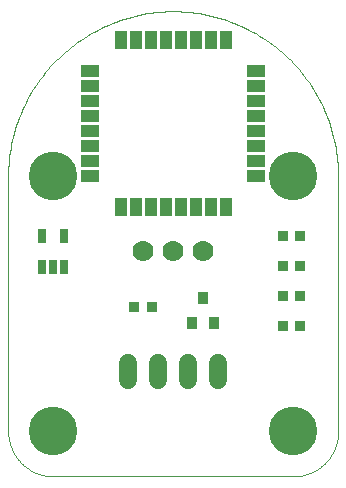
<source format=gts>
G75*
%MOIN*%
%OFA0B0*%
%FSLAX25Y25*%
%IPPOS*%
%LPD*%
%AMOC8*
5,1,8,0,0,1.08239X$1,22.5*
%
%ADD10R,0.03550X0.03943*%
%ADD11C,0.07000*%
%ADD12C,0.00000*%
%ADD13C,0.05943*%
%ADD14C,0.16211*%
%ADD15R,0.06306X0.03943*%
%ADD16R,0.03943X0.06306*%
%ADD17R,0.02565X0.05124*%
%ADD18R,0.03550X0.03550*%
D10*
X0068060Y0070169D03*
X0071800Y0078437D03*
X0075540Y0070169D03*
D11*
X0071800Y0094006D03*
X0061800Y0094006D03*
X0051800Y0094006D03*
D12*
X0021800Y0019006D02*
X0101800Y0019006D01*
X0102162Y0019010D01*
X0102525Y0019024D01*
X0102887Y0019045D01*
X0103248Y0019076D01*
X0103608Y0019115D01*
X0103967Y0019163D01*
X0104325Y0019220D01*
X0104682Y0019285D01*
X0105037Y0019359D01*
X0105390Y0019442D01*
X0105741Y0019533D01*
X0106089Y0019632D01*
X0106435Y0019740D01*
X0106779Y0019856D01*
X0107119Y0019981D01*
X0107456Y0020113D01*
X0107790Y0020254D01*
X0108121Y0020403D01*
X0108448Y0020560D01*
X0108771Y0020724D01*
X0109090Y0020896D01*
X0109404Y0021076D01*
X0109715Y0021264D01*
X0110020Y0021459D01*
X0110321Y0021661D01*
X0110617Y0021871D01*
X0110907Y0022087D01*
X0111193Y0022311D01*
X0111473Y0022541D01*
X0111747Y0022778D01*
X0112015Y0023022D01*
X0112278Y0023272D01*
X0112534Y0023528D01*
X0112784Y0023791D01*
X0113028Y0024059D01*
X0113265Y0024333D01*
X0113495Y0024613D01*
X0113719Y0024899D01*
X0113935Y0025189D01*
X0114145Y0025485D01*
X0114347Y0025786D01*
X0114542Y0026091D01*
X0114730Y0026402D01*
X0114910Y0026716D01*
X0115082Y0027035D01*
X0115246Y0027358D01*
X0115403Y0027685D01*
X0115552Y0028016D01*
X0115693Y0028350D01*
X0115825Y0028687D01*
X0115950Y0029027D01*
X0116066Y0029371D01*
X0116174Y0029717D01*
X0116273Y0030065D01*
X0116364Y0030416D01*
X0116447Y0030769D01*
X0116521Y0031124D01*
X0116586Y0031481D01*
X0116643Y0031839D01*
X0116691Y0032198D01*
X0116730Y0032558D01*
X0116761Y0032919D01*
X0116782Y0033281D01*
X0116796Y0033644D01*
X0116800Y0034006D01*
X0116800Y0119006D01*
X0116784Y0120345D01*
X0116735Y0121684D01*
X0116653Y0123021D01*
X0116539Y0124355D01*
X0116393Y0125687D01*
X0116214Y0127014D01*
X0116003Y0128337D01*
X0115759Y0129654D01*
X0115484Y0130965D01*
X0115177Y0132268D01*
X0114838Y0133564D01*
X0114468Y0134851D01*
X0114067Y0136129D01*
X0113634Y0137397D01*
X0113171Y0138654D01*
X0112677Y0139899D01*
X0112153Y0141132D01*
X0111600Y0142351D01*
X0111016Y0143557D01*
X0110404Y0144748D01*
X0109763Y0145924D01*
X0109093Y0147084D01*
X0108395Y0148227D01*
X0107670Y0149353D01*
X0106917Y0150461D01*
X0106138Y0151551D01*
X0105332Y0152621D01*
X0104501Y0153671D01*
X0103644Y0154700D01*
X0102762Y0155709D01*
X0101857Y0156695D01*
X0100927Y0157659D01*
X0099974Y0158601D01*
X0098999Y0159519D01*
X0098001Y0160412D01*
X0096982Y0161282D01*
X0095942Y0162126D01*
X0094882Y0162944D01*
X0093802Y0163737D01*
X0092704Y0164503D01*
X0091586Y0165242D01*
X0090452Y0165954D01*
X0089300Y0166637D01*
X0088132Y0167293D01*
X0086948Y0167920D01*
X0085750Y0168518D01*
X0084537Y0169086D01*
X0083311Y0169625D01*
X0082072Y0170134D01*
X0080821Y0170612D01*
X0079558Y0171060D01*
X0078286Y0171477D01*
X0077003Y0171863D01*
X0075711Y0172218D01*
X0074411Y0172541D01*
X0073104Y0172832D01*
X0071790Y0173091D01*
X0070470Y0173318D01*
X0069145Y0173513D01*
X0067815Y0173676D01*
X0066482Y0173806D01*
X0065147Y0173904D01*
X0063809Y0173969D01*
X0062470Y0174002D01*
X0061130Y0174002D01*
X0059791Y0173969D01*
X0058453Y0173904D01*
X0057118Y0173806D01*
X0055785Y0173676D01*
X0054455Y0173513D01*
X0053130Y0173318D01*
X0051810Y0173091D01*
X0050496Y0172832D01*
X0049189Y0172541D01*
X0047889Y0172218D01*
X0046597Y0171863D01*
X0045314Y0171477D01*
X0044042Y0171060D01*
X0042779Y0170612D01*
X0041528Y0170134D01*
X0040289Y0169625D01*
X0039063Y0169086D01*
X0037850Y0168518D01*
X0036652Y0167920D01*
X0035468Y0167293D01*
X0034300Y0166637D01*
X0033148Y0165954D01*
X0032014Y0165242D01*
X0030896Y0164503D01*
X0029798Y0163737D01*
X0028718Y0162944D01*
X0027658Y0162126D01*
X0026618Y0161282D01*
X0025599Y0160412D01*
X0024601Y0159519D01*
X0023626Y0158601D01*
X0022673Y0157659D01*
X0021743Y0156695D01*
X0020838Y0155709D01*
X0019956Y0154700D01*
X0019099Y0153671D01*
X0018268Y0152621D01*
X0017462Y0151551D01*
X0016683Y0150461D01*
X0015930Y0149353D01*
X0015205Y0148227D01*
X0014507Y0147084D01*
X0013837Y0145924D01*
X0013196Y0144748D01*
X0012584Y0143557D01*
X0012000Y0142351D01*
X0011447Y0141132D01*
X0010923Y0139899D01*
X0010429Y0138654D01*
X0009966Y0137397D01*
X0009533Y0136129D01*
X0009132Y0134851D01*
X0008762Y0133564D01*
X0008423Y0132268D01*
X0008116Y0130965D01*
X0007841Y0129654D01*
X0007597Y0128337D01*
X0007386Y0127014D01*
X0007207Y0125687D01*
X0007061Y0124355D01*
X0006947Y0123021D01*
X0006865Y0121684D01*
X0006816Y0120345D01*
X0006800Y0119006D01*
X0006800Y0034006D01*
X0006804Y0033644D01*
X0006818Y0033281D01*
X0006839Y0032919D01*
X0006870Y0032558D01*
X0006909Y0032198D01*
X0006957Y0031839D01*
X0007014Y0031481D01*
X0007079Y0031124D01*
X0007153Y0030769D01*
X0007236Y0030416D01*
X0007327Y0030065D01*
X0007426Y0029717D01*
X0007534Y0029371D01*
X0007650Y0029027D01*
X0007775Y0028687D01*
X0007907Y0028350D01*
X0008048Y0028016D01*
X0008197Y0027685D01*
X0008354Y0027358D01*
X0008518Y0027035D01*
X0008690Y0026716D01*
X0008870Y0026402D01*
X0009058Y0026091D01*
X0009253Y0025786D01*
X0009455Y0025485D01*
X0009665Y0025189D01*
X0009881Y0024899D01*
X0010105Y0024613D01*
X0010335Y0024333D01*
X0010572Y0024059D01*
X0010816Y0023791D01*
X0011066Y0023528D01*
X0011322Y0023272D01*
X0011585Y0023022D01*
X0011853Y0022778D01*
X0012127Y0022541D01*
X0012407Y0022311D01*
X0012693Y0022087D01*
X0012983Y0021871D01*
X0013279Y0021661D01*
X0013580Y0021459D01*
X0013885Y0021264D01*
X0014196Y0021076D01*
X0014510Y0020896D01*
X0014829Y0020724D01*
X0015152Y0020560D01*
X0015479Y0020403D01*
X0015810Y0020254D01*
X0016144Y0020113D01*
X0016481Y0019981D01*
X0016821Y0019856D01*
X0017165Y0019740D01*
X0017511Y0019632D01*
X0017859Y0019533D01*
X0018210Y0019442D01*
X0018563Y0019359D01*
X0018918Y0019285D01*
X0019275Y0019220D01*
X0019633Y0019163D01*
X0019992Y0019115D01*
X0020352Y0019076D01*
X0020713Y0019045D01*
X0021075Y0019024D01*
X0021438Y0019010D01*
X0021800Y0019006D01*
D13*
X0046800Y0051234D02*
X0046800Y0056778D01*
X0056800Y0056778D02*
X0056800Y0051234D01*
X0066800Y0051234D02*
X0066800Y0056778D01*
X0076800Y0056778D02*
X0076800Y0051234D01*
D14*
X0101800Y0034006D03*
X0101800Y0119006D03*
X0021800Y0119006D03*
X0021800Y0034006D03*
D15*
X0033926Y0119065D03*
X0033926Y0124065D03*
X0033926Y0129065D03*
X0033926Y0134065D03*
X0033926Y0139065D03*
X0033926Y0144065D03*
X0033926Y0149065D03*
X0033926Y0154065D03*
X0089280Y0154065D03*
X0089280Y0149065D03*
X0089280Y0144065D03*
X0089280Y0139065D03*
X0089280Y0134065D03*
X0089280Y0129065D03*
X0089280Y0124065D03*
X0089280Y0119065D03*
D16*
X0079241Y0108829D03*
X0074241Y0108829D03*
X0069241Y0108829D03*
X0064241Y0108829D03*
X0059241Y0108829D03*
X0054241Y0108829D03*
X0049241Y0108829D03*
X0044241Y0108829D03*
X0044241Y0164380D03*
X0049241Y0164380D03*
X0054241Y0164380D03*
X0059241Y0164380D03*
X0064241Y0164380D03*
X0069241Y0164380D03*
X0074241Y0164380D03*
X0079241Y0164380D03*
D17*
X0025540Y0099124D03*
X0025540Y0088888D03*
X0021800Y0088888D03*
X0018060Y0088888D03*
X0018060Y0099124D03*
D18*
X0048847Y0075506D03*
X0054753Y0075506D03*
X0098247Y0079006D03*
X0104153Y0079006D03*
X0104153Y0069006D03*
X0098247Y0069006D03*
X0098247Y0089006D03*
X0104153Y0089006D03*
X0104153Y0099006D03*
X0098247Y0099006D03*
M02*

</source>
